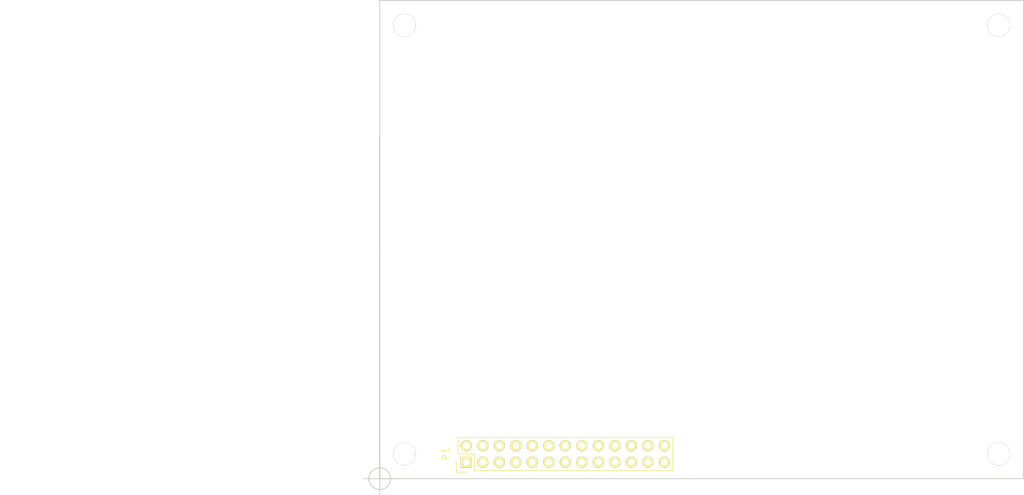
<source format=kicad_pcb>
(kicad_pcb (version 20221018) (generator pcbnew)
  (layers (0 "F.Cu" signal) (31 "B.Cu" signal) (34 "B.Paste" user) (35 "F.Paste" user) (36 "B.SilkS" user "B.Silkscreen") (37 "F.SilkS" user "F.Silkscreen") (38 "B.Mask" user) (39 "F.Mask" user) (44 "Edge.Cuts" user))
  (net 0 "")
  (net 1 "GND")
  (net 2 "+5V")
  (net 3 "+3V3")
  (net 4 "GPIO_SPI_CS#")
  (net 5 "GPIO_UART1_TXD")
  (net 6 "GPIO_SPI_MISO")
  (net 7 "GPIO_UART1_RXD")
  (net 8 "GPIO_SPI_MOSI")
  (net 9 "GPIO_UART1_CTS")
  (net 10 "GPIO_SPI_CLK")
  (net 11 "GPIO_UART1_RTS")
  (net 12 "GPIO_I2C_SCL")
  (net 13 "GPIO_I2S_CLK")
  (net 14 "GPIO_I2C_SDA")
  (net 15 "GPIO_I2S_FRM")
  (net 16 "GPIO_UART2_TXD")
  (net 17 "GPIO_I2S_DO")
  (net 18 "GPIO_UART2_RXD")
  (net 19 "GPIO_I2S_DI")
  (net 20 "GPIO_S5_0")
  (net 21 "GPIO_PWM0")
  (net 22 "GPIO_S5_1")
  (net 23 "GPIO_PWM1")
  (net 24 "GPIO_S5_2")
  (net 25 "I2SMCLK_GPIO")
  (footprint "Pin_Headers:Pin_Header_Straight_2x13" (layer "F.Cu") (at 109.855 142.24 90)
    (fp_text reference "P1" (at 1.27 -3.175 90) (layer "F.SilkS"))
    (fp_text value "CONN_02X13" hide)
    (fp_line (start -1.55 -1.55) (end -1.55 0) (stroke (width 0.15)) (layer "F.SilkS"))
    (fp_line (start -1.27 1.27) (end -1.27 31.75) (stroke (width 0.15)) (layer "F.SilkS"))
    (fp_line (start 0 -1.55) (end -1.55 -1.55) (stroke (width 0.15)) (layer "F.SilkS"))
    (fp_line (start 1.27 -1.27) (end 1.27 1.27) (stroke (width 0.15)) (layer "F.SilkS"))
    (fp_line (start 1.27 1.27) (end -1.27 1.27) (stroke (width 0.15)) (layer "F.SilkS"))
    (fp_line (start 3.81 -1.27) (end 1.27 -1.27) (stroke (width 0.15)) (layer "F.SilkS"))
    (fp_line (start 3.81 -1.27) (end 3.81 31.75) (stroke (width 0.15)) (layer "F.SilkS"))
    (fp_line (start 3.81 31.75) (end -1.27 31.75) (stroke (width 0.15)) (layer "F.SilkS"))
    (pad "1" thru_hole rect locked (at 0 0 90) (size 1.7272 1.7272) (drill 1.016) (layers "*.Cu" "*.Mask" "F.SilkS") (net 1 "GND"))
    (pad "2" thru_hole oval locked (at 2.54 0 90) (size 1.7272 1.7272) (drill 1.016) (layers "*.Cu" "*.Mask" "F.SilkS") (net 1 "GND"))
    (pad "3" thru_hole oval locked (at 0 2.54 90) (size 1.7272 1.7272) (drill 1.016) (layers "*.Cu" "*.Mask" "F.SilkS") (net 2 "+5V"))
    (pad "4" thru_hole oval locked (at 2.54 2.54 90) (size 1.7272 1.7272) (drill 1.016) (layers "*.Cu" "*.Mask" "F.SilkS") (net 3 "+3V3"))
    (pad "5" thru_hole oval locked (at 0 5.08 90) (size 1.7272 1.7272) (drill 1.016) (layers "*.Cu" "*.Mask" "F.SilkS") (net 4 "GPIO_SPI_CS#"))
    (pad "6" thru_hole oval locked (at 2.54 5.08 90) (size 1.7272 1.7272) (drill 1.016) (layers "*.Cu" "*.Mask" "F.SilkS") (net 5 "GPIO_UART1_TXD"))
    (pad "7" thru_hole oval locked (at 0 7.62 90) (size 1.7272 1.7272) (drill 1.016) (layers "*.Cu" "*.Mask" "F.SilkS") (net 6 "GPIO_SPI_MISO"))
    (pad "8" thru_hole oval locked (at 2.54 7.62 90) (size 1.7272 1.7272) (drill 1.016) (layers "*.Cu" "*.Mask" "F.SilkS") (net 7 "GPIO_UART1_RXD"))
    (pad "9" thru_hole oval locked (at 0 10.16 90) (size 1.7272 1.7272) (drill 1.016) (layers "*.Cu" "*.Mask" "F.SilkS") (net 8 "GPIO_SPI_MOSI"))
    (pad "10" thru_hole oval locked (at 2.54 10.16 90) (size 1.7272 1.7272) (drill 1.016) (layers "*.Cu" "*.Mask" "F.SilkS") (net 9 "GPIO_UART1_CTS"))
    (pad "11" thru_hole oval locked (at 0 12.7 90) (size 1.7272 1.7272) (drill 1.016) (layers "*.Cu" "*.Mask" "F.SilkS") (net 10 "GPIO_SPI_CLK"))
    (pad "12" thru_hole oval locked (at 2.54 12.7 90) (size 1.7272 1.7272) (drill 1.016) (layers "*.Cu" "*.Mask" "F.SilkS") (net 11 "GPIO_UART1_RTS"))
    (pad "13" thru_hole oval locked (at 0 15.24 90) (size 1.7272 1.7272) (drill 1.016) (layers "*.Cu" "*.Mask" "F.SilkS") (net 12 "GPIO_I2C_SCL"))
    (pad "14" thru_hole oval locked (at 2.54 15.24 90) (size 1.7272 1.7272) (drill 1.016) (layers "*.Cu" "*.Mask" "F.SilkS") (net 13 "GPIO_I2S_CLK"))
    (pad "15" thru_hole oval locked (at 0 17.78 90) (size 1.7272 1.7272) (drill 1.016) (layers "*.Cu" "*.Mask" "F.SilkS") (net 14 "GPIO_I2C_SDA"))
    (pad "16" thru_hole oval locked (at 2.54 17.78 90) (size 1.7272 1.7272) (drill 1.016) (layers "*.Cu" "*.Mask" "F.SilkS") (net 15 "GPIO_I2S_FRM"))
    (pad "17" thru_hole oval locked (at 0 20.32 90) (size 1.7272 1.7272) (drill 1.016) (layers "*.Cu" "*.Mask" "F.SilkS") (net 16 "GPIO_UART2_TXD"))
    (pad "18" thru_hole oval locked (at 2.54 20.32 90) (size 1.7272 1.7272) (drill 1.016) (layers "*.Cu" "*.Mask" "F.SilkS") (net 17 "GPIO_I2S_DO"))
    (pad "19" thru_hole oval locked (at 0 22.86 90) (size 1.7272 1.7272) (drill 1.016) (layers "*.Cu" "*.Mask" "F.SilkS") (net 18 "GPIO_UART2_RXD"))
    (pad "20" thru_hole oval locked (at 2.54 22.86 90) (size 1.7272 1.7272) (drill 1.016) (layers "*.Cu" "*.Mask" "F.SilkS") (net 19 "GPIO_I2S_DI"))
    (pad "21" thru_hole oval locked (at 0 25.4 90) (size 1.7272 1.7272) (drill 1.016) (layers "*.Cu" "*.Mask" "F.SilkS") (net 20 "GPIO_S5_0"))
    (pad "22" thru_hole oval locked (at 2.54 25.4 90) (size 1.7272 1.7272) (drill 1.016) (layers "*.Cu" "*.Mask" "F.SilkS") (net 21 "GPIO_PWM0"))
    (pad "23" thru_hole oval locked (at 0 27.94 90) (size 1.7272 1.7272) (drill 1.016) (layers "*.Cu" "*.Mask" "F.SilkS") (net 22 "GPIO_S5_1"))
    (pad "24" thru_hole oval locked (at 2.54 27.94 90) (size 1.7272 1.7272) (drill 1.016) (layers "*.Cu" "*.Mask" "F.SilkS") (net 23 "GPIO_PWM1"))
    (pad "25" thru_hole oval locked (at 0 30.48 90) (size 1.7272 1.7272) (drill 1.016) (layers "*.Cu" "*.Mask" "F.SilkS") (net 24 "GPIO_S5_2"))
    (pad "26" thru_hole oval locked (at 2.54 30.48 90) (size 1.7272 1.7272) (drill 1.016) (layers "*.Cu" "*.Mask" "F.SilkS") (net 25 "I2SMCLK_GPIO"))
  )
  (footprint "Mounting_Holes:MountingHole_3-5mm" (layer "F.Cu") (at 191.77 140.97)
    (fp_text reference "MK2" hide)
    (fp_text value "Mounting_Hole" hide)
    (pad "" thru_hole circle locked (at 0 0) (size 3.5 3.5) (drill 3.5) (layers))
  )
  (footprint "Mounting_Holes:MountingHole_3-5mm" (layer "F.Cu") (at 100.33 140.97)
    (fp_text reference "MK1" hide)
    (fp_text value "Mounting_Hole" hide)
    (pad "" thru_hole circle locked (at 0 0) (size 3.5 3.5) (drill 3.5) (layers))
  )
  (footprint "Mounting_Holes:MountingHole_3-5mm" (layer "F.Cu") (at 100.33 74.93)
    (fp_text reference "MK4" hide)
    (fp_text value "Mounting_Hole" hide)
    (pad "" thru_hole circle locked (at 0 0) (size 3.5 3.5) (drill 3.5) (layers))
  )
  (footprint "Mounting_Holes:MountingHole_3-5mm" (layer "F.Cu") (at 191.77 74.93)
    (fp_text reference "MK3" hide)
    (fp_text value "Mounting_Hole" hide)
    (pad "" thru_hole circle locked (at 0 0) (size 3.5 3.5) (drill 3.5) (layers))
  )
  (gr_line (start 195.58 96.83) (end 195.58 71.12) (stroke (width 0.15)) (layer "Edge.Cuts"))
  (gr_line (start 96.52 71.12) (end 96.52 92.05) (stroke (width 0.15)) (layer "Edge.Cuts"))
  (gr_line (start 96.52 110.15) (end 96.52 92.05) (stroke (width 0.2)) (layer "Edge.Cuts"))
  (gr_line (start 195.58 144.78) (end 195.58 112.02) (stroke (width 0.15)) (layer "Edge.Cuts"))
  (gr_line (start 195.58 71.12) (end 96.52 71.12) (stroke (width 0.15)) (layer "Edge.Cuts"))
  (gr_line (start 96.52 144.78) (end 195.58 144.78) (stroke (width 0.15)) (layer "Edge.Cuts"))
  (gr_line (start 96.52 110.15) (end 96.52 144.78) (stroke (width 0.2)) (layer "Edge.Cuts"))
  (gr_line (start 195.58 96.83) (end 195.58 112.02) (stroke (width 0.15)) (layer "Edge.Cuts"))
  (target plus (at 96.52 144.78) (size 5) (width 0.15) (layer "Edge.Cuts"))
)
</source>
